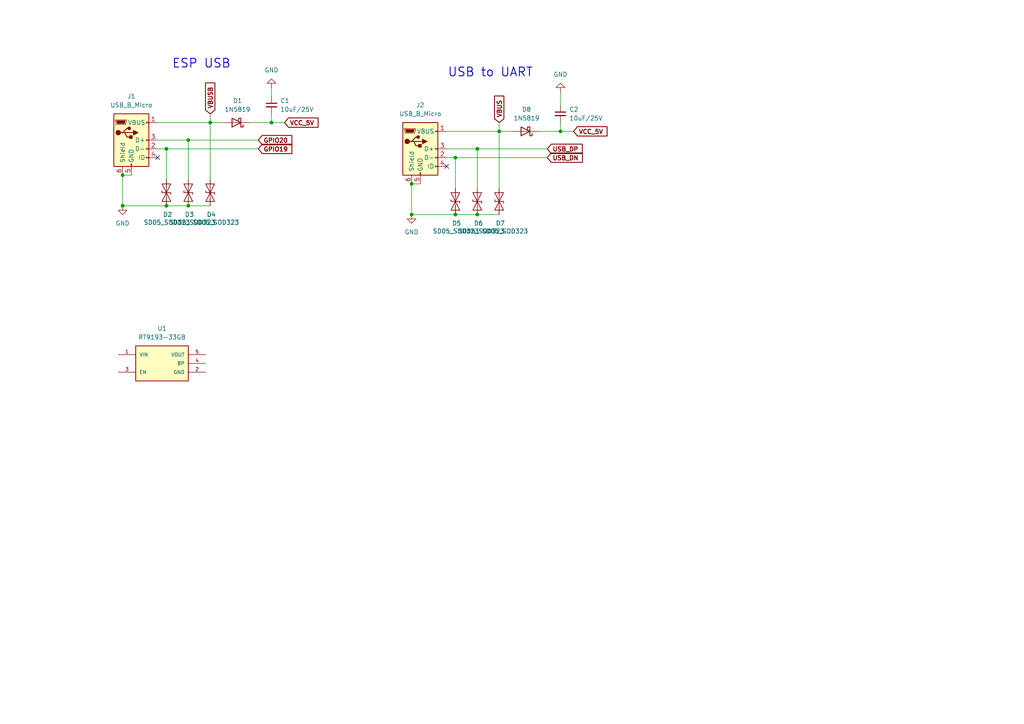
<source format=kicad_sch>
(kicad_sch (version 20250114) (generator "eeschema") (generator_version "9.0")
  (paper "A4")
  (title_block (title "customESP32S by Eng/Ahmed Adel") (date "2025-09-23") (rev "V1_1"))
  (lib_symbols
    (symbol "Connector:USB_B_Micro" (pin_names (offset 1.016))
      (property "Reference" "J" (at -5.08 11.43 0))
      (property "Value" "USB_B_Micro" (at -5.08 8.89 0))
      (symbol "USB_B_Micro_0_1"
        (rectangle (start -5.08 -7.62) (end 5.08 7.62) (stroke (width 0.254)) (fill (type background)))
        (polyline (pts (xy -4.699 5.842) (xy -4.699 5.588) (xy -4.445 4.826) (xy -4.445 4.572) (xy -1.651 4.572) (xy -1.651 4.826) (xy -1.397 5.588) (xy -1.397 5.842) (xy -4.699 5.842)))
        (polyline (pts (xy -4.318 5.588) (xy -1.778 5.588) (xy -2.032 4.826) (xy -4.064 4.826) (xy -4.318 5.588)) (fill (type outline)))
        (circle (center -3.81 2.159) (radius 0.635) (stroke (width 0.254)) (fill (type outline)))
        (polyline (pts (xy -3.175 2.159) (xy -2.54 2.159) (xy -1.27 3.429) (xy -0.635 3.429)) (stroke (width 0.254)))
        (polyline (pts (xy -2.54 2.159) (xy -1.905 2.159) (xy -1.27 0.889) (xy 0 0.889)) (stroke (width 0.254)))
        (polyline (pts (xy -1.905 2.159) (xy 0.635 2.159)) (stroke (width 0.254)))
        (circle (center -0.635 3.429) (radius 0.381) (stroke (width 0.254)) (fill (type outline)))
        (rectangle (start -0.127 -7.62) (end 0.127 -6.858))
        (rectangle (start 0.254 1.27) (end -0.508 0.508) (stroke (width 0.254)) (fill (type outline)))
        (polyline (pts (xy 0.635 2.794) (xy 0.635 1.524) (xy 1.905 2.159) (xy 0.635 2.794)) (stroke (width 0.254)) (fill (type outline)))
        (rectangle (start 5.08 4.953) (end 4.318 5.207))
        (rectangle (start 5.08 -0.127) (end 4.318 0.127))
        (rectangle (start 5.08 -2.667) (end 4.318 -2.413))
        (rectangle (start 5.08 -5.207) (end 4.318 -4.953))
      )
      (symbol "USB_B_Micro_1_1"
        (pin passive line (at -2.54 -10.16 90) (length 2.54) (name "Shield") (number "6"))
        (pin power_out line (at 0 -10.16 90) (length 2.54) (name "GND") (number "5"))
        (pin power_out line (at 7.62 5.08 180) (length 2.54) (name "VBUS") (number "1"))
        (pin bidirectional line (at 7.62 0 180) (length 2.54) (name "D+") (number "3"))
        (pin bidirectional line (at 7.62 -2.54 180) (length 2.54) (name "D-") (number "2"))
        (pin passive line (at 7.62 -5.08 180) (length 2.54) (name "ID") (number "4"))
      )
    )
    (symbol "Device:C_Small" (pin_numbers (hide yes)) (pin_names (offset 0.254) (hide yes))
      (property "Reference" "C" (at 0.254 1.778 0))
      (property "Value" "C_Small" (at 0.254 -2.032 0))
      (symbol "C_Small_0_1"
        (polyline (pts (xy -1.524 0.508) (xy 1.524 0.508)) (stroke (width 0.3048)))
        (polyline (pts (xy -1.524 -0.508) (xy 1.524 -0.508)) (stroke (width 0.3302)))
      )
      (symbol "C_Small_1_1"
        (pin passive line (at 0 2.54 270) (length 2.032) (name "~") (number "1"))
        (pin passive line (at 0 -2.54 90) (length 2.032) (name "~") (number "2"))
      )
    )
    (symbol "Diode:1N5819" (pin_numbers (hide yes)) (pin_names (offset 1.016) (hide yes))
      (property "Reference" "D" (at 0 2.54 0))
      (property "Value" "1N5819" (at 0 -2.54 0))
      (symbol "1N5819_0_1"
        (polyline (pts (xy -1.905 0.635) (xy -1.905 1.27) (xy -1.27 1.27) (xy -1.27 -1.27) (xy -0.635 -1.27) (xy -0.635 -0.635)) (stroke (width 0.254)))
        (polyline (pts (xy 1.27 1.27) (xy 1.27 -1.27) (xy -1.27 0) (xy 1.27 1.27)) (stroke (width 0.254)))
        (polyline (pts (xy 1.27 0) (xy -1.27 0)))
      )
      (symbol "1N5819_1_1"
        (pin passive line (at -3.81 0 0) (length 2.54) (name "K") (number "1"))
        (pin passive line (at 3.81 0 180) (length 2.54) (name "A") (number "2"))
      )
    )
    (symbol "Diode:SD05_SOD323" (pin_numbers (hide yes)) (pin_names (offset 1.016) (hide yes))
      (property "Reference" "D" (at 0 2.54 0))
      (property "Value" "SD05_SOD323" (at 0 -2.54 0))
      (symbol "SD05_SOD323_0_1"
        (polyline (pts (xy -2.54 -1.27) (xy 0 0) (xy -2.54 1.27) (xy -2.54 -1.27)) (stroke (width 0.2032)))
        (polyline (pts (xy 0.508 1.27) (xy 0 1.27) (xy 0 -1.27) (xy -0.508 -1.27)) (stroke (width 0.2032)))
        (polyline (pts (xy 1.27 0) (xy -1.27 0)))
        (polyline (pts (xy 2.54 1.27) (xy 2.54 -1.27) (xy 0 0) (xy 2.54 1.27)) (stroke (width 0.2032)))
      )
      (symbol "SD05_SOD323_1_1"
        (pin passive line (at -3.81 0 0) (length 2.54) (name "A1") (number "1"))
        (pin passive line (at 3.81 0 180) (length 2.54) (name "A2") (number "2"))
      )
    )
    (symbol "RT9193-33GB:RT9193-33GB" (pin_names (offset 1.016))
      (property "Reference" "U" (at -6.3582 6.3582 0))
      (property "Value" "RT9193-33GB" (at -6.3733 -8.9227 0))
      (symbol "RT9193-33GB_0_0"
        (rectangle (start -7.62 -5.08) (end 7.62 5.08) (stroke (width 0.254)) (fill (type background)))
        (pin input line (at -12.7 2.54 0) (length 5.08) (name "VIN") (number "1"))
        (pin input line (at -12.7 -2.54 0) (length 5.08) (name "EN") (number "3"))
        (pin output line (at 12.7 2.54 180) (length 5.08) (name "VOUT") (number "5"))
        (pin passive line (at 12.7 0 180) (length 5.08) (name "BP") (number "4"))
        (pin power_in line (at 12.7 -2.54 180) (length 5.08) (name "GND") (number "2"))
      )
    )
    (symbol "power:GND" (power) (pin_numbers (hide yes)) (pin_names (offset 0) (hide yes))
      (property "Value" "GND" (at 0 -3.81 0))
      (symbol "GND_0_1"
        (polyline (pts (xy 0 0) (xy 0 -1.27) (xy 1.27 -1.27) (xy 0 -2.54) (xy -1.27 -1.27) (xy 0 -1.27)))
      )
      (symbol "GND_1_1"
        (pin power_in line (at 0 0 270) (length 0) (name "~") (number "1"))
      )
    )
  )
  (text "ESP USB" (at 58.42 18.542 0) (effects (font (size 2.54 2.54) (thickness 0.254) (bold yes))))
  (text "USB to UART\n" (at 142.24 21.082 0) (effects (font (size 2.54 2.54) (thickness 0.254) (bold yes))))
  (junction (at 54.61 59.69))
  (junction (at 138.43 62.23))
  (junction (at 119.38 62.23))
  (junction (at 162.56 38.1))
  (junction (at 48.26 59.69))
  (junction (at 78.74 35.56))
  (junction (at 138.43 43.18))
  (junction (at 48.26 43.18))
  (junction (at 35.56 50.8))
  (junction (at 60.96 35.56))
  (junction (at 144.78 38.1))
  (junction (at 132.08 62.23))
  (junction (at 132.08 45.72))
  (junction (at 54.61 40.64))
  (junction (at 35.56 59.69))
  (junction (at 119.38 53.34))
  (no_connect (at 45.72 45.72))
  (no_connect (at 129.54 48.26))
  (wire (pts (xy 132.08 62.23) (xy 138.43 62.23)))
  (wire (pts (xy 156.21 38.1) (xy 162.56 38.1)))
  (wire (pts (xy 60.96 33.02) (xy 60.96 35.56)))
  (wire (pts (xy 48.26 43.18) (xy 45.72 43.18)))
  (wire (pts (xy 132.08 45.72) (xy 129.54 45.72)))
  (wire (pts (xy 132.08 45.72) (xy 158.75 45.72)))
  (wire (pts (xy 60.96 52.07) (xy 60.96 35.56)))
  (wire (pts (xy 54.61 40.64) (xy 54.61 52.07)))
  (wire (pts (xy 162.56 35.56) (xy 162.56 38.1)))
  (wire (pts (xy 119.38 53.34) (xy 119.38 62.23)))
  (wire (pts (xy 72.39 35.56) (xy 78.74 35.56)))
  (wire (pts (xy 132.08 54.61) (xy 132.08 45.72)))
  (wire (pts (xy 138.43 43.18) (xy 138.43 54.61)))
  (wire (pts (xy 54.61 40.64) (xy 74.93 40.64)))
  (wire (pts (xy 48.26 52.07) (xy 48.26 43.18)))
  (wire (pts (xy 48.26 43.18) (xy 74.93 43.18)))
  (wire (pts (xy 78.74 35.56) (xy 82.55 35.56)))
  (wire (pts (xy 48.26 59.69) (xy 54.61 59.69)))
  (wire (pts (xy 144.78 35.56) (xy 144.78 38.1)))
  (wire (pts (xy 162.56 26.67) (xy 162.56 30.48)))
  (wire (pts (xy 35.56 50.8) (xy 38.1 50.8)))
  (wire (pts (xy 78.74 25.4) (xy 78.74 27.94)))
  (wire (pts (xy 64.77 35.56) (xy 60.96 35.56)))
  (wire (pts (xy 45.72 35.56) (xy 60.96 35.56)))
  (wire (pts (xy 48.26 59.69) (xy 35.56 59.69)))
  (wire (pts (xy 148.59 38.1) (xy 144.78 38.1)))
  (wire (pts (xy 45.72 40.64) (xy 54.61 40.64)))
  (wire (pts (xy 144.78 54.61) (xy 144.78 38.1)))
  (wire (pts (xy 138.43 43.18) (xy 158.75 43.18)))
  (wire (pts (xy 132.08 62.23) (xy 119.38 62.23)))
  (wire (pts (xy 162.56 38.1) (xy 166.37 38.1)))
  (wire (pts (xy 35.56 50.8) (xy 35.56 59.69)))
  (wire (pts (xy 119.38 53.34) (xy 121.92 53.34)))
  (wire (pts (xy 129.54 43.18) (xy 138.43 43.18)))
  (wire (pts (xy 129.54 38.1) (xy 144.78 38.1)))
  (wire (pts (xy 54.61 59.69) (xy 60.96 59.69)))
  (wire (pts (xy 138.43 62.23) (xy 144.78 62.23)))
  (wire (pts (xy 78.74 33.02) (xy 78.74 35.56)))
  (global_label "USB_DN" (shape input) (at 158.75 45.72 0) (effects (font (thickness 0.254) (bold yes))) (property "Intersheetrefs" "${INTERSHEET_REFS}" (effects (hide yes))))
  (global_label "VCC_5V" (shape input) (at 82.55 35.56 0) (effects (font (thickness 0.254) (bold yes))) (property "Intersheetrefs" "${INTERSHEET_REFS}" (effects (hide yes))))
  (global_label "VBUSB" (shape input) (at 60.96 33.02 90) (effects (font (thickness 0.254) (bold yes))) (property "Intersheetrefs" "${INTERSHEET_REFS}" (effects (hide yes))))
  (global_label "VBUS" (shape input) (at 144.78 35.56 90) (effects (font (thickness 0.254) (bold yes))) (property "Intersheetrefs" "${INTERSHEET_REFS}" (effects (hide yes))))
  (global_label "GPIO20" (shape input) (at 74.93 40.64 0) (effects (font (thickness 0.254) (bold yes))) (property "Intersheetrefs" "${INTERSHEET_REFS}" (effects (hide yes))))
  (global_label "GPIO19" (shape input) (at 74.93 43.18 0) (effects (font (thickness 0.254) (bold yes))) (property "Intersheetrefs" "${INTERSHEET_REFS}" (effects (hide yes))))
  (global_label "USB_DP" (shape input) (at 158.75 43.18 0) (effects (font (thickness 0.254) (bold yes))) (property "Intersheetrefs" "${INTERSHEET_REFS}" (effects (hide yes))))
  (global_label "VCC_5V" (shape input) (at 166.37 38.1 0) (effects (font (thickness 0.254) (bold yes))) (property "Intersheetrefs" "${INTERSHEET_REFS}" (effects (hide yes))))
  (symbol (lib_id "Diode:SD05_SOD323") (at 132.08 58.42 90) (unit 1)
    (property "Reference" "D5" (at 131.064 64.77 90) (effects (justify right)))
    (property "Value" "SD05_SOD323" (at 125.476 67.056 90) (effects (justify right)))
    (property "Footprint" "Diode_SMD:D_SOD-323" (effects (hide yes)))
    (property "Datasheet" "https://uge-one.com/product/smd-tvs-esd-protection-diode-bidirectional-5v-sod323-0805-package/" (effects (hide yes)))
    (property "Description" "5V, 450W Discrete Bidirectional TVS Diode, SOD-323" (effects (hide yes)))
  )
  (symbol (lib_id "power:GND") (at 119.38 62.23 0) (unit 1)
    (property "Reference" "#PWR03" (effects (hide yes)))
    (property "Value" "GND" (at 119.38 67.31 0))
    (property "Description" "Power symbol creates a global label with name \"GND\" , ground" (effects (hide yes)))
  )
  (symbol (lib_id "Diode:SD05_SOD323") (at 144.78 58.42 90) (unit 1)
    (property "Reference" "D7" (at 143.764 64.77 90) (effects (justify right)))
    (property "Value" "SD05_SOD323" (at 139.7 67.056 90) (effects (justify right)))
    (property "Footprint" "Diode_SMD:D_SOD-323" (effects (hide yes)))
    (property "Datasheet" "https://uge-one.com/product/smd-tvs-esd-protection-diode-bidirectional-5v-sod323-0805-package/" (effects (hide yes)))
    (property "Description" "5V, 450W Discrete Bidirectional TVS Diode, SOD-323" (effects (hide yes)))
  )
  (symbol (lib_id "RT9193-33GB:RT9193-33GB") (at 46.99 105.41 0) (unit 1)
    (property "Reference" "U1" (at 46.99 95.25 0))
    (property "Value" "RT9193-33GB" (at 46.99 97.79 0))
    (property "Footprint" "RT9193-33GB:SOT94P279X129-5N" (effects (hide yes)))
    (property "PRICE" "$0.19 USD" (effects (hide yes)))
    (property "MF" "RICHTEK" (effects (hide yes)))
    (property "AVAILABILITY" "Good" (effects (hide yes)))
    (property "MP" "RT9193-33GB" (effects (hide yes)))
    (property "PACKAGE" "SOT-23-5" (effects (hide yes)))
  )
  (symbol (lib_id "power:GND") (at 78.74 25.4 180) (unit 1)
    (property "Reference" "#PWR02" (effects (hide yes)))
    (property "Value" "GND" (at 78.74 20.32 0))
    (property "Description" "Power symbol creates a global label with name \"GND\" , ground" (effects (hide yes)))
  )
  (symbol (lib_id "Diode:1N5819") (at 152.4 38.1 180) (unit 1)
    (property "Reference" "D8" (at 152.7175 31.75 0))
    (property "Value" "1N5819" (at 152.7175 34.29 0))
    (property "Footprint" "Diode_THT:D_DO-41_SOD81_P10.16mm_Horizontal" (effects (hide yes)))
    (property "Datasheet" "http://www.vishay.com/docs/88525/1n5817.pdf" (effects (hide yes)))
    (property "Description" "40V 1A Schottky Barrier Rectifier Diode, DO-41" (effects (hide yes)))
  )
  (symbol (lib_id "Connector:USB_B_Micro") (at 38.1 40.64 0) (unit 1)
    (property "Reference" "J1" (at 38.1 27.94 0))
    (property "Value" "USB_B_Micro" (at 38.1 30.48 0))
    (property "Description" "USB Micro Type B connector" (effects (hide yes)))
  )
  (symbol (lib_id "Diode:1N5819") (at 68.58 35.56 180) (unit 1)
    (property "Reference" "D1" (at 68.8975 29.21 0))
    (property "Value" "1N5819" (at 68.8975 31.75 0))
    (property "Footprint" "Diode_THT:D_DO-41_SOD81_P10.16mm_Horizontal" (effects (hide yes)))
    (property "Datasheet" "http://www.vishay.com/docs/88525/1n5817.pdf" (effects (hide yes)))
    (property "Description" "40V 1A Schottky Barrier Rectifier Diode, DO-41" (effects (hide yes)))
  )
  (symbol (lib_id "Device:C_Small") (at 78.74 30.48 0) (unit 1)
    (property "Reference" "C1" (at 81.28 29.2162 0) (effects (justify left)))
    (property "Value" "10uF/25V" (at 81.28 31.7562 0) (effects (justify left)))
    (property "Datasheet" "https://lampatronics.com/product/smd-multilayer-ceramic-capacitor-0805-10610uf-25v-1pcs/" (effects (hide yes)))
    (property "Description" "Unpolarized capacitor, small symbol" (effects (hide yes)))
  )
  (symbol (lib_id "Connector:USB_B_Micro") (at 121.92 43.18 0) (unit 1)
    (property "Reference" "J2" (at 121.92 30.48 0))
    (property "Value" "USB_B_Micro" (at 121.92 33.02 0))
    (property "Description" "USB Micro Type B connector" (effects (hide yes)))
  )
  (symbol (lib_id "Diode:SD05_SOD323") (at 60.96 55.88 90) (unit 1)
    (property "Reference" "D4" (at 59.944 62.23 90) (effects (justify right)))
    (property "Value" "SD05_SOD323" (at 55.88 64.516 90) (effects (justify right)))
    (property "Footprint" "Diode_SMD:D_SOD-323" (effects (hide yes)))
    (property "Datasheet" "https://uge-one.com/product/smd-tvs-esd-protection-diode-bidirectional-5v-sod323-0805-package/" (effects (hide yes)))
    (property "Description" "5V, 450W Discrete Bidirectional TVS Diode, SOD-323" (effects (hide yes)))
  )
  (symbol (lib_id "Diode:SD05_SOD323") (at 54.61 55.88 90) (unit 1)
    (property "Reference" "D3" (at 53.594 62.23 90) (effects (justify right)))
    (property "Value" "SD05_SOD323" (at 49.022 64.516 90) (effects (justify right)))
    (property "Footprint" "Diode_SMD:D_SOD-323" (effects (hide yes)))
    (property "Datasheet" "https://uge-one.com/product/smd-tvs-esd-protection-diode-bidirectional-5v-sod323-0805-package/" (effects (hide yes)))
    (property "Description" "5V, 450W Discrete Bidirectional TVS Diode, SOD-323" (effects (hide yes)))
  )
  (symbol (lib_id "Device:C_Small") (at 162.56 33.02 0) (unit 1)
    (property "Reference" "C2" (at 165.1 31.7562 0) (effects (justify left)))
    (property "Value" "10uF/25V" (at 165.1 34.2962 0) (effects (justify left)))
    (property "Datasheet" "https://lampatronics.com/product/smd-multilayer-ceramic-capacitor-0805-10610uf-25v-1pcs/" (effects (hide yes)))
    (property "Description" "Unpolarized capacitor, small symbol" (effects (hide yes)))
  )
  (symbol (lib_id "power:GND") (at 162.56 26.67 180) (unit 1)
    (property "Reference" "#PWR04" (effects (hide yes)))
    (property "Value" "GND" (at 162.56 21.59 0))
    (property "Description" "Power symbol creates a global label with name \"GND\" , ground" (effects (hide yes)))
  )
  (symbol (lib_id "Diode:SD05_SOD323") (at 138.43 58.42 90) (unit 1)
    (property "Reference" "D6" (at 137.414 64.77 90) (effects (justify right)))
    (property "Value" "SD05_SOD323" (at 132.842 67.056 90) (effects (justify right)))
    (property "Footprint" "Diode_SMD:D_SOD-323" (effects (hide yes)))
    (property "Datasheet" "https://uge-one.com/product/smd-tvs-esd-protection-diode-bidirectional-5v-sod323-0805-package/" (effects (hide yes)))
    (property "Description" "5V, 450W Discrete Bidirectional TVS Diode, SOD-323" (effects (hide yes)))
  )
  (symbol (lib_id "Diode:SD05_SOD323") (at 48.26 55.88 90) (unit 1)
    (property "Reference" "D2" (at 47.244 62.23 90) (effects (justify right)))
    (property "Value" "SD05_SOD323" (at 41.656 64.516 90) (effects (justify right)))
    (property "Footprint" "Diode_SMD:D_SOD-323" (effects (hide yes)))
    (property "Datasheet" "https://uge-one.com/product/smd-tvs-esd-protection-diode-bidirectional-5v-sod323-0805-package/" (effects (hide yes)))
    (property "Description" "5V, 450W Discrete Bidirectional TVS Diode, SOD-323" (effects (hide yes)))
  )
  (symbol (lib_id "power:GND") (at 35.56 59.69 0) (unit 1)
    (property "Reference" "#PWR01" (effects (hide yes)))
    (property "Value" "GND" (at 35.56 64.77 0))
    (property "Description" "Power symbol creates a global label with name \"GND\" , ground" (effects (hide yes)))
  )
)
</source>
